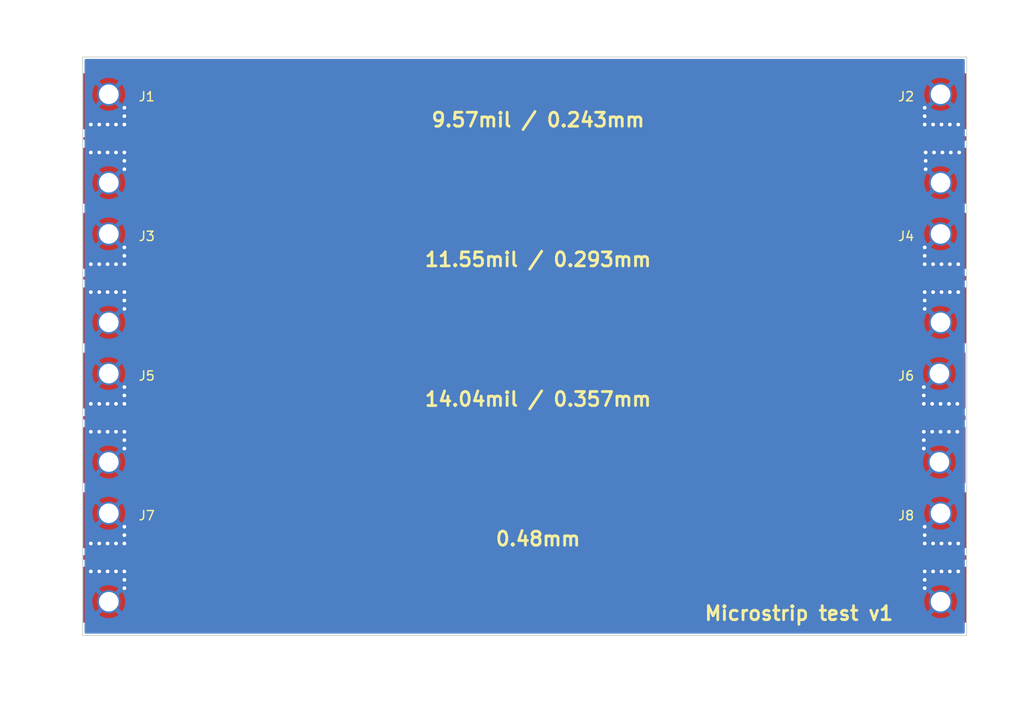
<source format=kicad_pcb>
(kicad_pcb (version 20211014) (generator pcbnew)
  (layers (0 "F.Cu" signal) (1 "In1.Cu" signal) (2 "In2.Cu" signal) (31 "B.Cu" signal) (34 "B.Paste" user) (35 "F.Paste" user) (36 "B.SilkS" user "B.Silkscreen") (37 "F.SilkS" user "F.Silkscreen") (38 "B.Mask" user) (39 "F.Mask" user) (44 "Edge.Cuts" user))
  (net 0 "")
  (net 1 "/SIG1")
  (net 2 "GND")
  (net 3 "/SIG2")
  (net 4 "/SIG3")
  (net 5 "/SIG4")
  (footprint "azonenberg:CONN_SMA_EDGE_ROSENBERGER_32K243_40ML5" (layer "F.Cu") (at 210.875 92.5 180)
    (fp_text reference "J6" (at 6.375 4.5) (layer "F.SilkS"))
    (fp_text value "Conn_Coaxial" hide)
    (pad "1" smd rect locked (at 2.5 0 180) (size 5 0.48) (layers "F.Cu" "F.Mask") (net 4 "/SIG3"))
    (pad "2" smd rect locked (at 2.5 4 180) (size 5 6) (layers "F.Cu" "F.Mask") (net 2 "GND"))
    (pad "2" thru_hole circle locked (at 2.8 4.75 180) (size 2.5 2.5) (drill 2.1) (layers *.Cu *.Mask) (net 2 "GND"))
    (pad "2" thru_hole circle locked (at 2.8 -4.75 180) (size 2.5 2.5) (drill 2.1) (layers *.Cu *.Mask) (net 2 "GND"))
    (pad "2" smd rect locked (at 2.5 -4 180) (size 5 6) (layers "F.Cu" "F.Mask") (net 2 "GND"))
  )
  (footprint "azonenberg:CONN_SMA_EDGE_ROSENBERGER_32K243_40ML5" (layer "F.Cu") (at 116.125 77.5)
    (fp_text reference "J3" (at 6.875 -4.5) (layer "F.SilkS"))
    (fp_text value "Conn_Coaxial" hide)
    (pad "1" smd rect locked (at 2.5 0) (size 5 0.293) (layers "F.Cu" "F.Mask") (net 3 "/SIG2"))
    (pad "2" smd rect locked (at 2.5 4) (size 5 6) (layers "F.Cu" "F.Mask") (net 2 "GND"))
    (pad "2" thru_hole circle locked (at 2.8 4.75) (size 2.5 2.5) (drill 2.1) (layers *.Cu *.Mask) (net 2 "GND"))
    (pad "2" thru_hole circle locked (at 2.8 -4.75) (size 2.5 2.5) (drill 2.1) (layers *.Cu *.Mask) (net 2 "GND"))
    (pad "2" smd rect locked (at 2.5 -4) (size 5 6) (layers "F.Cu" "F.Mask") (net 2 "GND"))
  )
  (footprint "azonenberg:CONN_SMA_EDGE_ROSENBERGER_32K243_40ML5" (layer "F.Cu") (at 116.125 92.5)
    (fp_text reference "J5" (at 6.875 -4.5) (layer "F.SilkS"))
    (fp_text value "Conn_Coaxial" hide)
    (pad "1" smd rect locked (at 2.5 0) (size 5 0.357) (layers "F.Cu" "F.Mask") (net 4 "/SIG3"))
    (pad "2" smd rect locked (at 2.5 -4) (size 5 6) (layers "F.Cu" "F.Mask") (net 2 "GND"))
    (pad "2" thru_hole circle locked (at 2.8 -4.75) (size 2.5 2.5) (drill 2.1) (layers *.Cu *.Mask) (net 2 "GND"))
    (pad "2" smd rect locked (at 2.5 4) (size 5 6) (layers "F.Cu" "F.Mask") (net 2 "GND"))
    (pad "2" thru_hole circle locked (at 2.8 4.75) (size 2.5 2.5) (drill 2.1) (layers *.Cu *.Mask) (net 2 "GND"))
  )
  (footprint "azonenberg:CONN_SMA_EDGE_ROSENBERGER_32K243_40ML5" (layer "F.Cu") (at 116.125 62.5)
    (fp_text reference "J1" (at 6.875 -4.5) (layer "F.SilkS"))
    (fp_text value "Conn_Coaxial" hide)
    (pad "1" smd rect locked (at 2.5 0) (size 5 0.243) (layers "F.Cu" "F.Mask") (net 1 "/SIG1"))
    (pad "2" smd rect locked (at 2.5 4) (size 5 6) (layers "F.Cu" "F.Mask") (net 2 "GND"))
    (pad "2" thru_hole circle locked (at 2.8 -4.75) (size 2.5 2.5) (drill 2.1) (layers *.Cu *.Mask) (net 2 "GND"))
    (pad "2" thru_hole circle locked (at 2.8 4.75) (size 2.5 2.5) (drill 2.1) (layers *.Cu *.Mask) (net 2 "GND"))
    (pad "2" smd rect locked (at 2.5 -4) (size 5 6) (layers "F.Cu" "F.Mask") (net 2 "GND"))
  )
  (footprint "azonenberg:CONN_SMA_EDGE_ROSENBERGER_32K243_40ML5" (layer "F.Cu") (at 211 62.5 180)
    (fp_text reference "J2" (at 6.5 4.5) (layer "F.SilkS"))
    (fp_text value "Conn_Coaxial" hide)
    (pad "1" smd rect locked (at 2.5 0 180) (size 5 0.48) (layers "F.Cu" "F.Mask") (net 1 "/SIG1"))
    (pad "2" thru_hole circle locked (at 2.8 -4.75 180) (size 2.5 2.5) (drill 2.1) (layers *.Cu *.Mask) (net 2 "GND"))
    (pad "2" smd rect locked (at 2.5 -4 180) (size 5 6) (layers "F.Cu" "F.Mask") (net 2 "GND"))
    (pad "2" smd rect locked (at 2.5 4 180) (size 5 6) (layers "F.Cu" "F.Mask") (net 2 "GND"))
    (pad "2" thru_hole circle locked (at 2.8 4.75 180) (size 2.5 2.5) (drill 2.1) (layers *.Cu *.Mask) (net 2 "GND"))
  )
  (footprint "azonenberg:CONN_SMA_EDGE_ROSENBERGER_32K243_40ML5" (layer "F.Cu") (at 211 107.5 180)
    (fp_text reference "J8" (at 6.5 4.5) (layer "F.SilkS"))
    (fp_text value "Conn_Coaxial" hide)
    (pad "1" smd rect locked (at 2.5 0 180) (size 5 0.48) (layers "F.Cu" "F.Mask") (net 5 "/SIG4"))
    (pad "2" smd rect locked (at 2.5 4 180) (size 5 6) (layers "F.Cu" "F.Mask") (net 2 "GND"))
    (pad "2" thru_hole circle locked (at 2.8 4.75 180) (size 2.5 2.5) (drill 2.1) (layers *.Cu *.Mask) (net 2 "GND"))
    (pad "2" thru_hole circle locked (at 2.8 -4.75 180) (size 2.5 2.5) (drill 2.1) (layers *.Cu *.Mask) (net 2 "GND"))
    (pad "2" smd rect locked (at 2.5 -4 180) (size 5 6) (layers "F.Cu" "F.Mask") (net 2 "GND"))
  )
  (footprint "azonenberg:CONN_SMA_EDGE_ROSENBERGER_32K243_40ML5" (layer "F.Cu") (at 211 77.5 180)
    (fp_text reference "J4" (at 6.5 4.5) (layer "F.SilkS"))
    (fp_text value "Conn_Coaxial" hide)
    (pad "1" smd rect locked (at 2.5 0 180) (size 5 0.48) (layers "F.Cu" "F.Mask") (net 3 "/SIG2"))
    (pad "2" smd rect locked (at 2.5 4 180) (size 5 6) (layers "F.Cu" "F.Mask") (net 2 "GND"))
    (pad "2" smd rect locked (at 2.5 -4 180) (size 5 6) (layers "F.Cu" "F.Mask") (net 2 "GND"))
    (pad "2" thru_hole circle locked (at 2.8 4.75 180) (size 2.5 2.5) (drill 2.1) (layers *.Cu *.Mask) (net 2 "GND"))
    (pad "2" thru_hole circle locked (at 2.8 -4.75 180) (size 2.5 2.5) (drill 2.1) (layers *.Cu *.Mask) (net 2 "GND"))
  )
  (footprint "azonenberg:CONN_SMA_EDGE_ROSENBERGER_32K243_40ML5" (layer "F.Cu") (at 116.125 107.5)
    (fp_text reference "J7" (at 6.875 -4.5) (layer "F.SilkS"))
    (fp_text value "Conn_Coaxial" hide)
    (pad "1" smd rect locked (at 2.5 0) (size 5 0.48) (layers "F.Cu" "F.Mask") (net 5 "/SIG4"))
    (pad "2" smd rect locked (at 2.5 -4) (size 5 6) (layers "F.Cu" "F.Mask") (net 2 "GND"))
    (pad "2" thru_hole circle locked (at 2.8 4.75) (size 2.5 2.5) (drill 2.1) (layers *.Cu *.Mask) (net 2 "GND"))
    (pad "2" thru_hole circle locked (at 2.8 -4.75) (size 2.5 2.5) (drill 2.1) (layers *.Cu *.Mask) (net 2 "GND"))
    (pad "2" smd rect locked (at 2.5 4) (size 5 6) (layers "F.Cu" "F.Mask") (net 2 "GND"))
  )
  (gr_rect (start 116.125 53.75) (end 211 115.875) (layer "Edge.Cuts") (width 0.1) (fill none))
  (gr_text "9.57mil / 0.243mm" (at 165 60.5) (layer "F.SilkS") (effects (font (size 1.5 1.5) (thickness 0.3))))
  (gr_text "Microstrip test v1" (at 193 113.5) (layer "F.SilkS") (effects (font (size 1.5 1.5) (thickness 0.3))))
  (gr_text "11.55mil / 0.293mm" (at 165 75.5) (layer "F.SilkS") (effects (font (size 1.5 1.5) (thickness 0.3))))
  (gr_text "0.48mm" (at 165 105.5) (layer "F.SilkS") (effects (font (size 1.5 1.5) (thickness 0.3))))
  (gr_text "14.04mil / 0.357mm" (at 165 90.5) (layer "F.SilkS") (effects (font (size 1.5 1.5) (thickness 0.3))))
  (segment (start 118.625 62.5) (end 208.5 62.5) (width 0.243) (layer "F.Cu") (net 1))
  (via (at 117 76) (size 0.8) (drill 0.4) (layers "F.Cu" "B.Cu") (net 2))
  (via (at 206.5 75.1) (size 0.8) (drill 0.4) (layers "F.Cu" "B.Cu") (net 2))
  (via (at 209.2 61) (size 0.8) (drill 0.4) (layers "F.Cu" "B.Cu") (net 2))
  (via (at 206.5 80.8) (size 0.8) (drill 0.4) (layers "F.Cu" "B.Cu") (net 2))
  (via (at 207.3 94) (size 0.8) (drill 0.4) (layers "F.Cu" "B.Cu") (net 2))
  (via (at 120.6 80.8) (size 0.8) (drill 0.4) (layers "F.Cu" "B.Cu") (net 2))
  (via (at 207.4 106) (size 0.8) (drill 0.4) (layers "F.Cu" "B.Cu") (net 2))
  (via (at 206.4 94) (size 0.8) (drill 0.4) (layers "F.Cu" "B.Cu") (net 2))
  (via (at 207.4 109) (size 0.8) (drill 0.4) (layers "F.Cu" "B.Cu") (net 2))
  (via (at 120.6 94.9) (size 0.8) (drill 0.4) (layers "F.Cu" "B.Cu") (net 2))
  (via (at 206.5 110.8) (size 0.8) (drill 0.4) (layers "F.Cu" "B.Cu") (net 2))
  (via (at 117 106) (size 0.8) (drill 0.4) (layers "F.Cu" "B.Cu") (net 2))
  (via (at 118.8 79) (size 0.8) (drill 0.4) (layers "F.Cu" "B.Cu") (net 2))
  (via (at 117 91) (size 0.8) (drill 0.4) (layers "F.Cu" "B.Cu") (net 2))
  (via (at 119.7 106) (size 0.8) (drill 0.4) (layers "F.Cu" "B.Cu") (net 2))
  (via (at 206.4 89.2) (size 0.8) (drill 0.4) (layers "F.Cu" "B.Cu") (net 2))
  (via (at 117 94) (size 0.8) (drill 0.4) (layers "F.Cu" "B.Cu") (net 2))
  (via (at 206.5 109) (size 0.8) (drill 0.4) (layers "F.Cu" "B.Cu") (net 2))
  (via (at 120.6 61) (size 0.8) (drill 0.4) (layers "F.Cu" "B.Cu") (net 2))
  (via (at 209.1 94) (size 0.8) (drill 0.4) (layers "F.Cu" "B.Cu") (net 2))
  (via (at 206.5 79) (size 0.8) (drill 0.4) (layers "F.Cu" "B.Cu") (net 2))
  (via (at 206.5 59.2) (size 0.8) (drill 0.4) (layers "F.Cu" "B.Cu") (net 2))
  (via (at 120.6 90.1) (size 0.8) (drill 0.4) (layers "F.Cu" "B.Cu") (net 2))
  (via (at 119.7 91) (size 0.8) (drill 0.4) (layers "F.Cu" "B.Cu") (net 2))
  (via (at 209.2 106) (size 0.8) (drill 0.4) (layers "F.Cu" "B.Cu") (net 2))
  (via (at 206.5 79.9) (size 0.8) (drill 0.4) (layers "F.Cu" "B.Cu") (net 2))
  (via (at 120.6 109) (size 0.8) (drill 0.4) (layers "F.Cu" "B.Cu") (net 2))
  (via (at 210.1 79) (size 0.8) (drill 0.4) (layers "F.Cu" "B.Cu") (net 2))
  (via (at 206.4 91) (size 0.8) (drill 0.4) (layers "F.Cu" "B.Cu") (net 2))
  (via (at 206.5 74.2) (size 0.8) (drill 0.4) (layers "F.Cu" "B.Cu") (net 2))
  (via (at 207.4 61) (size 0.8) (drill 0.4) (layers "F.Cu" "B.Cu") (net 2))
  (via (at 117.9 106) (size 0.8) (drill 0.4) (layers "F.Cu" "B.Cu") (net 2))
  (via (at 210.1 106) (size 0.8) (drill 0.4) (layers "F.Cu" "B.Cu") (net 2))
  (via (at 206.6 64) (size 0.8) (drill 0.4) (layers "F.Cu" "B.Cu") (net 2))
  (via (at 117 61) (size 0.8) (drill 0.4) (layers "F.Cu" "B.Cu") (net 2))
  (via (at 208.3 61) (size 0.8) (drill 0.4) (layers "F.Cu" "B.Cu") (net 2))
  (via (at 117.9 109) (size 0.8) (drill 0.4) (layers "F.Cu" "B.Cu") (net 2))
  (via (at 120.6 106) (size 0.8) (drill 0.4) (layers "F.Cu" "B.Cu") (net 2))
  (via (at 117.9 94) (size 0.8) (drill 0.4) (layers "F.Cu" "B.Cu") (net 2))
  (via (at 209.3 64) (size 0.8) (drill 0.4) (layers "F.Cu" "B.Cu") (net 2))
  (via (at 120.6 59.2) (size 0.8) (drill 0.4) (layers "F.Cu" "B.Cu") (net 2))
  (via (at 120.6 79) (size 0.8) (drill 0.4) (layers "F.Cu" "B.Cu") (net 2))
  (via (at 120.6 91) (size 0.8) (drill 0.4) (layers "F.Cu" "B.Cu") (net 2))
  (via (at 206.6 64.9) (size 0.8) (drill 0.4) (layers "F.Cu" "B.Cu") (net 2))
  (via (at 206.5 76) (size 0.8) (drill 0.4) (layers "F.Cu" "B.Cu") (net 2))
  (via (at 206.5 109.9) (size 0.8) (drill 0.4) (layers "F.Cu" "B.Cu") (net 2))
  (via (at 210 91) (size 0.8) (drill 0.4) (layers "F.Cu" "B.Cu") (net 2))
  (via (at 120.6 65.8) (size 0.8) (drill 0.4) (layers "F.Cu" "B.Cu") (net 2))
  (via (at 210.2 64) (size 0.8) (drill 0.4) (layers "F.Cu" "B.Cu") (net 2))
  (via (at 208.3 106) (size 0.8) (drill 0.4) (layers "F.Cu" "B.Cu") (net 2))
  (via (at 118.8 64) (size 0.8) (drill 0.4) (layers "F.Cu" "B.Cu") (net 2))
  (via (at 206.5 104.2) (size 0.8) (drill 0.4) (layers "F.Cu" "B.Cu") (net 2))
  (via (at 206.4 90.1) (size 0.8) (drill 0.4) (layers "F.Cu" "B.Cu") (net 2))
  (via (at 118.8 76) (size 0.8) (drill 0.4) (layers "F.Cu" "B.Cu") (net 2))
  (via (at 120.6 64) (size 0.8) (drill 0.4) (layers "F.Cu" "B.Cu") (net 2))
  (via (at 210.1 109) (size 0.8) (drill 0.4) (layers "F.Cu" "B.Cu") (net 2))
  (via (at 120.6 79.9) (size 0.8) (drill 0.4) (layers "F.Cu" "B.Cu") (net 2))
  (via (at 208.3 109) (size 0.8) (drill 0.4) (layers "F.Cu" "B.Cu") (net 2))
  (via (at 117.9 64) (size 0.8) (drill 0.4) (layers "F.Cu" "B.Cu") (net 2))
  (via (at 206.5 106) (size 0.8) (drill 0.4) (layers "F.Cu" "B.Cu") (net 2))
  (via (at 120.6 74.2) (size 0.8) (drill 0.4) (layers "F.Cu" "B.Cu") (net 2))
  (via (at 117.9 76) (size 0.8) (drill 0.4) (layers "F.Cu" "B.Cu") (net 2))
  (via (at 117.9 91) (size 0.8) (drill 0.4) (layers "F.Cu" "B.Cu") (net 2))
  (via (at 120.6 60.1) (size 0.8) (drill 0.4) (layers "F.Cu" "B.Cu") (net 2))
  (via (at 208.3 76) (size 0.8) (drill 0.4) (layers "F.Cu" "B.Cu") (net 2))
  (via (at 209.1 91) (size 0.8) (drill 0.4) (layers "F.Cu" "B.Cu") (net 2))
  (via (at 206.6 65.8) (size 0.8) (drill 0.4) (layers "F.Cu" "B.Cu") (net 2))
  (via (at 206.5 105.1) (size 0.8) (drill 0.4) (layers "F.Cu" "B.Cu") (net 2))
  (via (at 210.1 76) (size 0.8) (drill 0.4) (layers "F.Cu" "B.Cu") (net 2))
  (via (at 207.3 91) (size 0.8) (drill 0.4) (layers "F.Cu" "B.Cu") (net 2))
  (via (at 120.6 105.1) (size 0.8) (drill 0.4) (layers "F.Cu" "B.Cu") (net 2))
  (via (at 117.9 61) (size 0.8) (drill 0.4) (layers "F.Cu" "B.Cu") (net 2))
  (via (at 207.4 79) (size 0.8) (drill 0.4) (layers "F.Cu" "B.Cu") (net 2))
  (via (at 120.6 94) (size 0.8) (drill 0.4) (layers "F.Cu" "B.Cu") (net 2))
  (via (at 118.8 109) (size 0.8) (drill 0.4) (layers "F.Cu" "B.Cu") (net 2))
  (via (at 117 64) (size 0.8) (drill 0.4) (layers "F.Cu" "B.Cu") (net 2))
  (via (at 206.4 95.8) (size 0.8) (drill 0.4) (layers "F.Cu" "B.Cu") (net 2))
  (via (at 120.6 110.8) (size 0.8) (drill 0.4) (layers "F.Cu" "B.Cu") (net 2))
  (via (at 119.7 79) (size 0.8) (drill 0.4) (layers "F.Cu" "B.Cu") (net 2))
  (via (at 210.1 61) (size 0.8) (drill 0.4) (layers "F.Cu" "B.Cu") (net 2))
  (via (at 118.8 91) (size 0.8) (drill 0.4) (layers "F.Cu" "B.Cu") (net 2))
  (via (at 119.7 109) (size 0.8) (drill 0.4) (layers "F.Cu" "B.Cu") (net 2))
  (via (at 119.7 64) (size 0.8) (drill 0.4) (layers "F.Cu" "B.Cu") (net 2))
  (via (at 119.7 76) (size 0.8) (drill 0.4) (layers "F.Cu" "B.Cu") (net 2))
  (via (at 206.5 61) (size 0.8) (drill 0.4) (layers "F.Cu" "B.Cu") (net 2))
  (via (at 120.6 64.9) (size 0.8) (drill 0.4) (layers "F.Cu" "B.Cu") (net 2))
  (via (at 118.8 106) (size 0.8) (drill 0.4) (layers "F.Cu" "B.Cu") (net 2))
  (via (at 120.6 95.8) (size 0.8) (drill 0.4) (layers "F.Cu" "B.Cu") (net 2))
  (via (at 207.5 64) (size 0.8) (drill 0.4) (layers "F.Cu" "B.Cu") (net 2))
  (via (at 120.6 104.2) (size 0.8) (drill 0.4) (layers "F.Cu" "B.Cu") (net 2))
  (via (at 206.5 60.1) (size 0.8) (drill 0.4) (layers "F.Cu" "B.Cu") (net 2))
  (via (at 118.8 61) (size 0.8) (drill 0.4) (layers "F.Cu" "B.Cu") (net 2))
  (via (at 208.2 91) (size 0.8) (drill 0.4) (layers "F.Cu" "B.Cu") (net 2))
  (via (at 207.4 76) (size 0.8) (drill 0.4) (layers "F.Cu" "B.Cu") (net 2))
  (via (at 209.2 76) (size 0.8) (drill 0.4) (layers "F.Cu" "B.Cu") (net 2))
  (via (at 209.2 79) (size 0.8) (drill 0.4) (layers "F.Cu" "B.Cu") (net 2))
  (via (at 120.6 76) (size 0.8) (drill 0.4) (layers "F.Cu" "B.Cu") (net 2))
  (via (at 208.2 94) (size 0.8) (drill 0.4) (layers "F.Cu" "B.Cu") (net 2))
  (via (at 118.8 94) (size 0.8) (drill 0.4) (layers "F.Cu" "B.Cu") (net 2))
  (via (at 208.4 64) (size 0.8) (drill 0.4) (layers "F.Cu" "B.Cu") (net 2))
  (via (at 117.9 79) (size 0.8) (drill 0.4) (layers "F.Cu" "B.Cu") (net 2))
  (via (at 119.7 61) (size 0.8) (drill 0.4) (layers "F.Cu" "B.Cu") (net 2))
  (via (at 210 94) (size 0.8) (drill 0.4) (layers "F.Cu" "B.Cu") (net 2))
  (via (at 117 109) (size 0.8) (drill 0.4) (layers "F.Cu" "B.Cu") (net 2))
  (via (at 208.3 79) (size 0.8) (drill 0.4) (layers "F.Cu" "B.Cu") (net 2))
  (via (at 117 79) (size 0.8) (drill 0.4) (layers "F.Cu" "B.Cu") (net 2))
  (via (at 120.6 75.1) (size 0.8) (drill 0.4) (layers "F.Cu" "B.Cu") (net 2))
  (via (at 120.6 89.2) (size 0.8) (drill 0.4) (layers "F.Cu" "B.Cu") (net 2))
  (via (at 209.2 109) (size 0.8) (drill 0.4) (layers "F.Cu" "B.Cu") (net 2))
  (via (at 120.6 109.9) (size 0.8) (drill 0.4) (layers "F.Cu" "B.Cu") (net 2))
  (via (at 206.4 94.9) (size 0.8) (drill 0.4) (layers "F.Cu" "B.Cu") (net 2))
  (via (at 119.7 94) (size 0.8) (drill 0.4) (layers "F.Cu" "B.Cu") (net 2))
  (segment (start 118.625 77.5) (end 208.5 77.5) (width 0.293) (layer "F.Cu") (net 3))
  (segment (start 118.625 92.5) (end 208.625 92.5) (width 0.357) (layer "F.Cu") (net 4))
  (segment (start 118.625 107.5) (end 208.5 107.5) (width 0.48) (layer "F.Cu") (net 5))
  (zone (net 2) (net_name "GND") (layers "In1.Cu" "In2.Cu" "B.Cu") (connect_pads (clearance 0.2)) (min_thickness 0.254) (fill yes (thermal_gap 0.508) (thermal_bridge_width 0.508))
    (polygon (pts (xy 217.175 124.325) (xy 107.25 124.325) (xy 107.25 47.625) (xy 217.175 47.625)))
  )
)
</source>
